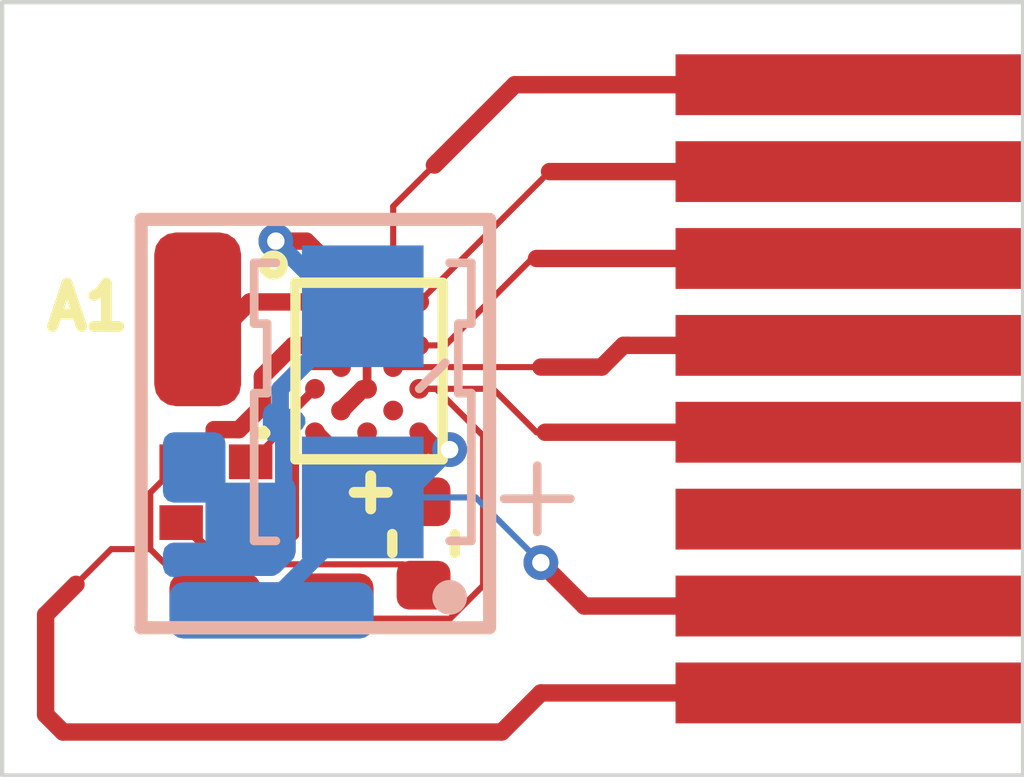
<source format=kicad_pcb>
(kicad_pcb (version 20221018) (generator pcbnew)
  (layers (0 "F.Cu" signal) (31 "B.Cu" signal) (34 "B.Paste" user) (35 "F.Paste" user) (36 "B.SilkS" user "B.Silkscreen") (37 "F.SilkS" user "F.Silkscreen") (38 "B.Mask" user) (39 "F.Mask" user) (44 "Edge.Cuts" user))
  (net 0 "")
  (net 1 "/+VE")
  (net 2 "/GND")
  (net 3 "Net-(U1-RFIOp)")
  (net 5 "Net-(U1-XTAL32Mm)")
  (net 6 "Net-(U1-XTAL32Mp)")
  (net 7 "Net-(J1-Pin_2)")
  (net 8 "Net-(J1-Pin_3)")
  (net 9 "Net-(J1-Pin_4)")
  (net 10 "Net-(J1-Pin_5)")
  (net 11 "Net-(J1-Pin_6)")
  (net 12 "Net-(J1-Pin_1)")
  (footprint "Library:FPC_1x08_P1.00mm_plug_3mm" (layer "F.Cu") (at 156.95 90.5)
    (fp_text reference "J1" hide)
    (fp_text value "Conn_01x08_Pin" hide)
    (pad "1" connect rect (at 2 -3.5) (size 4 0.7) (layers "F.Cu" "F.Mask") (net 12 "Net-(J1-Pin_1)"))
    (pad "2" connect rect (at 2 -2.5) (size 4 0.7) (layers "F.Cu" "F.Mask") (net 7 "Net-(J1-Pin_2)"))
    (pad "3" connect rect (at 2 -1.5) (size 4 0.7) (layers "F.Cu" "F.Mask") (net 8 "Net-(J1-Pin_3)"))
    (pad "4" connect rect (at 2 -0.5) (size 4 0.7) (layers "F.Cu" "F.Mask") (net 9 "Net-(J1-Pin_4)"))
    (pad "5" connect rect (at 2 0.5) (size 4 0.7) (layers "F.Cu" "F.Mask") (net 10 "Net-(J1-Pin_5)"))
    (pad "6" connect rect (at 2 1.5) (size 4 0.7) (layers "F.Cu" "F.Mask") (net 11 "Net-(J1-Pin_6)"))
    (pad "7" connect rect (at 2 2.5) (size 4 0.7) (layers "F.Cu" "F.Mask") (net 1 "/+VE"))
    (pad "8" connect rect (at 2 3.5) (size 4 0.7) (layers "F.Cu" "F.Mask") (net 2 "/GND"))
  )
  (footprint "Library:Crystal_SMD_Abracon_ABM13W-4Pin_1.2x1.0mm" (layer "F.Cu") (at 151.66 91.69 180)
    (fp_text reference "Y1" hide)
    (fp_text value "Crystal_GND24" hide)
    (pad "1" smd rect (at -0.4 0.35 180) (size 0.5 0.4) (layers "F.Cu" "F.Paste" "F.Mask") (net 6 "Net-(U1-XTAL32Mp)"))
    (pad "2" smd rect (at 0.4 0.35 180) (size 0.5 0.4) (layers "F.Cu" "F.Paste" "F.Mask") (net 2 "/GND"))
    (pad "3" smd rect (at 0.4 -0.35 180) (size 0.5 0.4) (layers "F.Cu" "F.Paste" "F.Mask") (net 5 "Net-(U1-XTAL32Mm)"))
    (pad "4" smd rect (at -0.4 -0.35 180) (size 0.5 0.4) (layers "F.Cu" "F.Paste" "F.Mask") (net 2 "/GND"))
  )
  (footprint "Connector_Wire:SolderWirePad_1x01_SMD_1x2mm" (layer "F.Cu") (at 151.45 89.7)
    (fp_text reference "A1" hide)
    (fp_text value "SolderWirePad_1x01_SMD_1x2mm" hide)
    (pad "1" smd roundrect (at 0 0) (size 1 2) (layers "F.Cu" "F.Paste" "F.Mask") (net 3 "Net-(U1-RFIOp)"))
  )
  (footprint "Library:DA14531_17-ball_WLCSP" (layer "F.Cu") (at 153.422 90.295)
    (fp_text reference "U1" hide)
    (fp_text value "DA14531_17-ball_WLCSP" hide)
    (fp_line (start -0.8464 -1.0161) (end -0.8464 1.0161) (stroke (width 0.12)) (layer "F.SilkS"))
    (fp_line (start -0.8464 1.0161) (end 0.8474 1.0161) (stroke (width 0.12)) (layer "F.SilkS"))
    (fp_line (start 0.8474 -1.0161) (end -0.8464 -1.0161) (stroke (width 0.12)) (layer "F.SilkS"))
    (fp_line (start 0.8474 1.0161) (end 0.8474 -1.0161) (stroke (width 0.12)) (layer "F.SilkS"))
    (fp_circle (center -1.1004 -1.2193) (end -1.0242 -1.1431) (stroke (width 0.12)) (fill none) (layer "F.SilkS"))
    (pad "A1" smd circle (at -0.622 -0.795) (size 0.227 0.227) (layers "F.Cu" "F.Paste" "F.Mask") (net 3 "Net-(U1-RFIOp)"))
    (pad "A3" smd circle (at -0.022 -0.795) (size 0.227 0.227) (layers "F.Cu" "F.Paste" "F.Mask") (net 2 "/GND"))
    (pad "A5" smd circle (at 0.578 -0.795) (size 0.227 0.227) (layers "F.Cu" "F.Paste" "F.Mask") (net 7 "Net-(J1-Pin_2)"))
    (pad "B4" smd circle (at 0.278 -0.545) (size 0.227 0.227) (layers "F.Cu" "F.Paste" "F.Mask") (net 12 "Net-(J1-Pin_1)"))
    (pad "C1" smd circle (at -0.622 -0.295) (size 0.227 0.227) (layers "F.Cu" "F.Paste" "F.Mask") (net 2 "/GND"))
    (pad "C3" smd circle (at -0.022 -0.295) (size 0.227 0.227) (layers "F.Cu" "F.Paste" "F.Mask") (net 2 "/GND"))
    (pad "C5" smd circle (at 0.578 -0.295) (size 0.227 0.227) (layers "F.Cu" "F.Paste" "F.Mask") (net 8 "Net-(J1-Pin_3)"))
    (pad "D2" smd circle (at -0.322 -0.045) (size 0.227 0.227) (layers "F.Cu" "F.Paste" "F.Mask") (net 6 "Net-(U1-XTAL32Mp)"))
    (pad "D4" smd circle (at 0.278 -0.045) (size 0.227 0.227) (layers "F.Cu" "F.Paste" "F.Mask") (net 9 "Net-(J1-Pin_4)"))
    (pad "E1" smd circle (at -0.622 0.205) (size 0.227 0.227) (layers "F.Cu" "F.Paste" "F.Mask") (net 5 "Net-(U1-XTAL32Mm)"))
    (pad "E3" smd circle (at -0.022 0.205) (size 0.227 0.227) (layers "F.Cu" "F.Paste" "F.Mask") (net 2 "/GND"))
    (pad "E5" smd circle (at 0.578 0.205) (size 0.227 0.227) (layers "F.Cu" "F.Paste" "F.Mask") (net 10 "Net-(J1-Pin_5)"))
    (pad "F2" smd circle (at -0.322 0.455) (size 0.227 0.227) (layers "F.Cu" "F.Paste" "F.Mask") (net 2 "/GND"))
    (pad "F4" smd circle (at 0.278 0.455) (size 0.227 0.227) (layers "F.Cu" "F.Paste" "F.Mask") (net 11 "Net-(J1-Pin_6)"))
    (pad "G1" smd circle (at -0.622 0.705) (size 0.227 0.227) (layers "F.Cu" "F.Paste" "F.Mask") (net 1 "/+VE"))
    (pad "G3" smd circle (at -0.022 0.705) (size 0.227 0.227) (layers "F.Cu" "F.Paste" "F.Mask"))
    (pad "G5" smd circle (at 0.578 0.705) (size 0.227 0.227) (layers "F.Cu" "F.Paste" "F.Mask") (net 1 "/+VE"))
  )
  (footprint "Capacitor_SMD:C_0402_1005Metric" (layer "F.Cu") (at 154.05 92.28 -90)
    (fp_text reference "C1" hide)
    (fp_text value "C" hide)
    (fp_line (start -0.107836 -0.36) (end 0.107836 -0.36) (stroke (width 0.12)) (layer "F.SilkS"))
    (fp_line (start -0.107836 0.36) (end 0.107836 0.36) (stroke (width 0.12)) (layer "F.SilkS"))
    (pad "1" smd roundrect (at -0.48 0 270) (size 0.56 0.62) (layers "F.Cu" "F.Paste" "F.Mask") (net 1 "/+VE"))
    (pad "2" smd roundrect (at 0.48 0 270) (size 0.56 0.62) (layers "F.Cu" "F.Paste" "F.Mask") (net 2 "/GND"))
  )
  (footprint "PowerConnector:SolderWirePad_1x01_SMD_0.65x1.05mm" (layer "F.Cu") (at 152.95 92.95 90)
    (fp_text reference "REF**" hide)
    (fp_text value "SolderWirePad_1x01_SMD_0.65x1.05mm" hide)
    (pad "1" smd roundrect (at 0 0 90) (size 0.65 1.05) (layers "F.Cu" "F.Paste" "F.Mask") (net 10 "Net-(J1-Pin_5)"))
  )
  (footprint "PowerConnector:SolderWirePad_1x01_SMD_0.65x1.05mm" (layer "F.Cu") (at 151.65 92.95 90)
    (fp_text reference "REF**" hide)
    (fp_text value "SolderWirePad_1x01_SMD_0.65x1.05mm" hide)
    (pad "1" smd roundrect (at 0 0 90) (size 0.65 1.05) (layers "F.Cu" "F.Paste" "F.Mask") (net 2 "/GND"))
  )
  (footprint "Library:CAPCP3225X100N_improved" (layer "B.Cu") (at 153.35 90.65 90)
    (fp_text reference "C2" hide)
    (fp_text value "CP3225A" hide)
    (fp_text user "+" (at -1.8 1.5 270 unlocked) (layer "B.SilkS") (effects (font (thickness 0.1)) (justify left bottom mirror)))
    (fp_line (start -1.6 -1.25) (end -1.6 -1) (stroke (width 0.1)) (layer "B.SilkS"))
    (fp_line (start -1.6 1.25) (end -1.6 1) (stroke (width 0.1)) (layer "B.SilkS"))
    (fp_line (start 0.1 -1.25) (end -1.6 -1.25) (stroke (width 0.1)) (layer "B.SilkS"))
    (fp_line (start 0.1 -1.1) (end 0.1 -1.25) (stroke (width 0.1)) (layer "B.SilkS"))
    (fp_line (start 0.1 1.1) (end 0.1 1.25) (stroke (width 0.1)) (layer "B.SilkS"))
    (fp_line (start 0.1 1.25) (end -1.6 1.25) (stroke (width 0.1)) (layer "B.SilkS"))
    (fp_line (start 0.45 0.95) (end 0.15 0.65) (stroke (width 0.1)) (layer "B.SilkS"))
    (fp_line (start 0.9 -1.25) (end 0.9 -1.1) (stroke (width 0.1)) (layer "B.SilkS"))
    (fp_line (start 0.9 -1.1) (end 0.1 -1.1) (stroke (width 0.1)) (layer "B.SilkS"))
    (fp_line (start 0.9 1.1) (end 0.1 1.1) (stroke (width 0.1)) (layer "B.SilkS"))
    (fp_line (start 0.9 1.25) (end 0.9 1.1) (stroke (width 0.1)) (layer "B.SilkS"))
    (fp_line (start 1.6 -1.25) (end 0.9 -1.25) (stroke (width 0.1)) (layer "B.SilkS"))
    (fp_line (start 1.6 -1) (end 1.6 -1.25) (stroke (width 0.1)) (layer "B.SilkS"))
    (fp_line (start 1.6 1) (end 1.6 1.25) (stroke (width 0.1)) (layer "B.SilkS"))
    (fp_line (start 1.6 1.25) (end 0.9 1.25) (stroke (width 0.1)) (layer "B.SilkS"))
    (fp_circle (center -2.25 1) (end -2.15 1) (stroke (width 0.2)) (fill none) (layer "B.SilkS"))
    (pad "1" smd rect (at -1.1 0 270) (size 1.4 1.4) (layers "B.Cu" "B.Paste" "B.Mask") (net 1 "/+VE"))
    (pad "2" smd rect (at 1.1 0 270) (size 1.4 1.4) (layers "B.Cu" "B.Paste" "B.Mask") (net 2 "/GND"))
  )
  (footprint "PowerConnector:SolderWirePad_1x01_SMD_0.65x2.35mm" (layer "B.Cu") (at 152.3 93.05 90)
    (fp_text reference "REF**" hide)
    (fp_text value "SolderWirePad_1x01_SMD_0.65x2.35mm" hide)
    (pad "1" smd roundrect (at 0 0 90) (size 0.65 2.35) (layers "B.Cu" "B.Paste" "B.Mask") (net 1 "/+VE"))
  )
  (gr_line (start 150.795 93.25) (end 154.805 93.25) (stroke (width 0.15)) (layer "B.SilkS"))
  (gr_line (start 154.81 88.55) (end 154.81 93.25) (stroke (width 0.15)) (layer "B.SilkS"))
  (gr_line (start 150.8 88.55) (end 154.81 88.55) (stroke (width 0.15)) (layer "B.SilkS"))
  (gr_line (start 150.8 93.25) (end 150.8 88.55) (stroke (width 0.15)) (layer "B.SilkS"))
  (gr_line (start 150.8 88.55) (end 154.81 88.55) (stroke (width 0.15)) (layer "F.SilkS"))
  (gr_line (start 154.81 88.55) (end 154.81 93.25) (stroke (width 0.15)) (layer "F.SilkS"))
  (gr_line (start 150.8 93.25) (end 150.8 88.55) (stroke (width 0.15)) (layer "F.SilkS"))
  (gr_line (start 150.795 93.25) (end 154.805 93.25) (stroke (width 0.15)) (layer "F.SilkS"))
  (gr_poly (pts (xy 149.2 86.05) (xy 149.2 94.95) (xy 160.95 94.95) (xy 160.95 86.05)) (stroke (width 0.05)) (fill none) (layer "Edge.Cuts"))
  (gr_text "A1" (at 149.65 89.85) (layer "F.SilkS") (effects (font (size 0.5 0.5) (thickness 0.125)) (justify left bottom)))
  (gr_text "." (at 152 91.1) (layer "F.SilkS") (effects (font (size 0.5 0.5) (thickness 0.125)) (justify left bottom)))
  (gr_text "+" (at 153.05 91.95) (layer "F.SilkS") (effects (font (size 0.5 0.5) (thickness 0.125)) (justify left bottom)))
  (segment (start 154 91) (end 154 91.89) (width 0.2) (layer "F.Cu") (net 1))
  (segment (start 152.8 91) (end 153.74 91.94) (width 0.2) (layer "F.Cu") (net 1))
  (segment (start 154.2 91.2) (end 154 91) (width 0.2) (layer "F.Cu") (net 1))
  (segment (start 155.9 93) (end 158.95 93) (width 0.2) (layer "F.Cu") (net 1))
  (segment (start 155.4 92.5) (end 155.9 93) (width 0.2) (layer "F.Cu") (net 1))
  (segment (start 154 91.89) (end 154.05 91.94) (width 0.2) (layer "F.Cu") (net 1))
  (segment (start 154.14 91.85) (end 154.05 91.94) (width 0.07) (layer "F.Cu") (net 1))
  (segment (start 154.35 91.2) (end 154.2 91.2) (width 0.2) (layer "F.Cu") (net 1))
  (segment (start 154.05 91.94) (end 154.05 91.8) (width 0.2) (layer "F.Cu") (net 1))
  (segment (start 153.74 91.94) (end 154.05 91.94) (width 0.2) (layer "F.Cu") (net 1))
  (via (at 155.4 92.5) (size 0.4) (drill 0.2) (layers "F.Cu" "B.Cu") (net 1))
  (via (at 154.35 91.2) (size 0.4) (drill 0.2) (layers "F.Cu" "B.Cu") (net 1))
  (segment (start 154.65 91.75) (end 155.4 92.5) (width 0.07) (layer "B.Cu") (net 1))
  (segment (start 153.8 91.75) (end 154.35 91.2) (width 0.2) (layer "B.Cu") (net 1))
  (segment (start 153.35 91.75) (end 154.65 91.75) (width 0.07) (layer "B.Cu") (net 1))
  (segment (start 153.6 91.5) (end 153.35 91.75) (width 0.2) (layer "B.Cu") (net 1))
  (segment (start 153.35 91.75) (end 153.8 91.75) (width 0.2) (layer "B.Cu") (net 1))
  (segment (start 153.35 91.75) (end 153.35 91.9) (width 0.2) (layer "B.Cu") (net 1))
  (segment (start 153.35 91.9) (end 152.3 92.95) (width 0.2) (layer "B.Cu") (net 1))
  (segment (start 155.4 94) (end 156.05 94) (width 0.07) (layer "F.Cu") (net 2))
  (segment (start 149.9 94.45) (end 154.95 94.45) (width 0.2) (layer "F.Cu") (net 2))
  (segment (start 152.35 88.8) (end 152.33 88.78) (width 0.2) (layer "F.Cu") (net 2))
  (segment (start 153.2865 89.8865) (end 152.9135 89.8865) (width 0.2) (layer "F.Cu") (net 2))
  (segment (start 151.36 91.34) (end 152.06 92.04) (width 0.2) (layer "F.Cu") (net 2))
  (segment (start 150.905 92.345) (end 150.905 91.695) (width 0.07) (layer "F.Cu") (net 2))
  (segment (start 153.81 92.52) (end 154.05 92.76) (width 0.07) (layer "F.Cu") (net 2))
  (segment (start 151.64 90.97) (end 151.925 90.97) (width 0.2) (layer "F.Cu") (net 2))
  (segment (start 150.905 91.695) (end 151.26 91.34) (width 0.07) (layer "F.Cu") (net 2))
  (segment (start 153.2865 89.8865) (end 153.2865 89.6135) (width 0.2) (layer "F.Cu") (net 2))
  (segment (start 152.195 90.7) (end 152.195 90.355) (width 0.2) (layer "F.Cu") (net 2))
  (segment (start 151.64 91.16) (end 151.64 90.97) (width 0.2) (layer "F.Cu") (net 2))
  (segment (start 152.08 92.52) (end 153.81 92.52) (width 0.07) (layer "F.Cu") (net 2))
  (segment (start 153.2865 89.6135) (end 153.4 89.5) (width 0.2) (layer "F.Cu") (net 2))
  (segment (start 156.05 94) (end 158.95 94) (width 0.07) (layer "F.Cu") (net 2))
  (segment (start 152.7 88.8) (end 153.4 89.5) (width 0.2) (layer "F.Cu") (net 2))
  (segment (start 151.65 92.95) (end 151.51 92.95) (width 0.07) (layer "F.Cu") (net 2))
  (segment (start 150.455 92.345) (end 150.05 92.75) (width 0.07) (layer "F.Cu") (net 2))
  (segment (start 153.4 90) (end 153.4 90.5) (width 0.1) (layer "F.Cu") (net 2))
  (segment (start 151.46 91.34) (end 151.64 91.16) (width 0.2) (layer "F.Cu") (net 2))
  (segment (start 154.95 94.45) (end 155.4 94) (width 0.2) (layer "F.Cu") (net 2))
  (segment (start 153.4 90) (end 153.2865 89.8865) (width 0.2) (layer "F.Cu") (net 2))
  (segment (start 153.4 90.5) (end 153.35 90.5) (width 0.2) (layer "F.Cu") (net 2))
  (segment (start 151.51 92.95) (end 150.905 92.345) (width 0.07) (layer "F.Cu") (net 2))
  (segment (start 151.26 91.34) (end 151.46 91.34) (width 0.2) (layer "F.Cu") (net 2))
  (segment (start 152.195 90.355) (end 152.55 90) (width 0.2) (layer "F.Cu") (net 2))
  (segment (start 151.65 92.95) (end 152.08 92.52) (width 0.07) (layer "F.Cu") (net 2))
  (segment (start 152.9135 89.8865) (end 152.8 90) (width 0.2) (layer "F.Cu") (net 2))
  (segment (start 149.7 93.1) (end 149.7 94.25) (width 0.2) (layer "F.Cu") (net 2))
  (segment (start 152.35 88.8) (end 152.7 88.8) (width 0.2) (layer "F.Cu") (net 2))
  (segment (start 152.55 90) (end 152.8 90) (width 0.2) (layer "F.Cu") (net 2))
  (segment (start 149.7 94.25) (end 149.9 94.45) (width 0.2) (layer "F.Cu") (net 2))
  (segment (start 151.26 91.34) (end 151.36 91.34) (width 0.2) (layer "F.Cu") (net 2))
  (segment (start 150.05 92.75) (end 149.7 93.1) (width 0.2) (layer "F.Cu") (net 2))
  (segment (start 153.35 90.5) (end 153.1 90.75) (width 0.2) (layer "F.Cu") (net 2))
  (segment (start 155.4 94) (end 158.95 94) (width 0.2) (layer "F.Cu") (net 2))
  (segment (start 151.925 90.97) (end 152.195 90.7) (width 0.2) (layer "F.Cu") (net 2))
  (segment (start 150.905 92.345) (end 150.455 92.345) (width 0.07) (layer "F.Cu") (net 2))
  (via (at 152.35 88.8) (size 0.4) (drill 0.2) (layers "F.Cu" "B.Cu") (net 2))
  (segment (start 152.44 90.94) (end 152.44 91.76) (width 0.2) (layer "B.Cu") (net 2))
  (segment (start 152.44 91.76) (end 151.95 92.25) (width 0.2) (layer "B.Cu") (net 2))
  (segment (start 153.1 89.55) (end 153.35 89.55) (width 0.2) (layer "B.Cu") (net 2))
  (segment (start 153.35 89.55) (end 152.4 90.5) (width 0.2) (layer "B.Cu") (net 2))
  (segment (start 152.35 88.8) (end 153.1 89.55) (width 0.2) (layer "B.Cu") (net 2))
  (segment (start 152.4 90.9) (end 152.44 90.94) (width 0.2) (layer "B.Cu") (net 2))
  (segment (start 153.7 89.6) (end 153.35 89.6) (width 0.2) (layer "B.Cu") (net 2))
  (segment (start 152.4 90.5) (end 152.4 90.9) (width 0.2) (layer "B.Cu") (net 2))
  (segment (start 152.8 89.5) (end 152.05 89.5) (width 0.2) (layer "F.Cu") (net 3))
  (segment (start 152.05 89.5) (end 151.6 89.95) (width 0.2) (layer "F.Cu") (net 3))
  (segment (start 152.5665 90.7335) (end 152.5665 92.1835) (width 0.1) (layer "F.Cu") (net 5))
  (segment (start 151.58 92.36) (end 151.26 92.04) (width 0.1) (layer "F.Cu") (net 5))
  (segment (start 152.8 90.5) (end 152.5665 90.7335) (width 0.1) (layer "F.Cu") (net 5))
  (segment (start 152.5665 92.1835) (end 152.39 92.36) (width 0.1) (layer "F.Cu") (net 5))
  (segment (start 152.39 92.36) (end 151.58 92.36) (width 0.1) (layer "F.Cu") (net 5))
  (segment (start 152.62 90.25) (end 152.4 90.47) (width 0.07) (layer "F.Cu") (net 6))
  (segment (start 152.4 90.47) (end 152.4 91) (width 0.07) (layer "F.Cu") (net 6))
  (segment (start 153.1 90.25) (end 152.62 90.25) (width 0.07) (layer "F.Cu") (net 6))
  (segment (start 152.4 91) (end 152.06 91.34) (width 0.07) (layer "F.Cu") (net 6))
  (segment (start 154 89.5) (end 155.5 88) (width 0.07) (layer "F.Cu") (net 7))
  (segment (start 155.5 88) (end 158.95 88) (width 0.2) (layer "F.Cu") (net 7))
  (segment (start 155.3 89) (end 154.3 90) (width 0.07) (layer "F.Cu") (net 8))
  (segment (start 155.35 89) (end 158.95 89) (width 0.2) (layer "F.Cu") (net 8))
  (segment (start 154.3 90) (end 154 90) (width 0.07) (layer "F.Cu") (net 8))
  (segment (start 155.35 89) (end 155.3 89) (width 0.07) (layer "F.Cu") (net 8))
  (segment (start 156.35 90) (end 156.4 90) (width 0.2) (layer "F.Cu") (net 9))
  (segment (start 156.1 90.25) (end 156.35 90) (width 0.2) (layer "F.Cu") (net 9))
  (segment (start 155.4 90.25) (end 156.1 90.25) (width 0.2) (layer "F.Cu") (net 9))
  (segment (start 156.4 90) (end 158.95 90) (width 0.2) (layer "F.Cu") (net 9))
  (segment (start 153.7 90.25) (end 155.4 90.25) (width 0.07) (layer "F.Cu") (net 9))
  (segment (start 154.355 93.145) (end 154.735 92.765) (width 0.07) (layer "F.Cu") (net 10))
  (segment (start 155.45 91) (end 158.95 91) (width 0.2) (layer "F.Cu") (net 10))
  (segment (start 154.85 90.5) (end 154 90.5) (width 0.07) (layer "F.Cu") (net 10))
  (segment (start 155.35 91) (end 154.85 90.5) (width 0.07) (layer "F.Cu") (net 10))
  (segment (start 154.194473 90.5) (end 154 90.5) (width 0.07) (layer "F.Cu") (net 10))
  (segment (start 153.145 93.145) (end 154.355 93.145) (width 0.07) (layer "F.Cu") (net 10))
  (segment (start 154.735 92.765) (end 154.735 91.040527) (width 0.07) (layer "F.Cu") (net 10))
  (segment (start 154 90.5) (end 154.2 90.5) (width 0.07) (layer "F.Cu") (net 10))
  (segment (start 154.735 91.040527) (end 154.247236 90.552764) (width 0.07) (layer "F.Cu") (net 10))
  (segment (start 152.95 92.95) (end 153.145 93.145) (width 0.07) (layer "F.Cu") (net 10))
  (segment (start 154.2 90.5) (end 154.247236 90.547236) (width 0.07) (layer "F.Cu") (net 10))
  (segment (start 155.45 91) (end 155.35 91) (width 0.07) (layer "F.Cu") (net 10))
  (segment (start 154.247236 90.547236) (end 154.247236 90.552764) (width 0.07) (layer "F.Cu") (net 10))
  (segment (start 154.247236 90.552764) (end 154.194473 90.5) (width 0.07) (layer "F.Cu") (net 10))
  (segment (start 154.175 87.925) (end 153.7 88.4) (width 0.07) (layer "F.Cu") (net 12))
  (segment (start 153.7 88.4) (end 153.7 89.75) (width 0.07) (layer "F.Cu") (net 12))
  (segment (start 155.1 87) (end 158.95 87) (width 0.2) (layer "F.Cu") (net 12))
  (segment (start 154.175 87.925) (end 155.1 87) (width 0.2) (layer "F.Cu") (net 12))
  (zone (net 0) (net_name "") (layer "B.Cu") (connect_pads (clearance 0)) (min_thickness 0.25)
    (keepout (tracks allowed) (vias allowed) (pads allowed) (copperpour not_allowed) (footprints allowed))
    (fill (thermal_gap 0.5) (thermal_bridge_width 0.5))
    (polygon (pts (xy 152.2 88.55) (xy 152.2 91) (xy 151 91) (xy 151 88.55)))
  )
  (zone (net 0) (net_name "") (layer "B.Cu") (connect_pads (clearance 0)) (min_thickness 0.25)
    (keepout (tracks not_allowed) (vias not_allowed) (pads not_allowed) (copperpour not_allowed) (footprints allowed))
    (fill (thermal_gap 0.5) (thermal_bridge_width 0.5))
    (polygon (pts (xy 152.34 91.11) (xy 152.34 91.58) (xy 151.77 91.58) (xy 151.77 91.11)))
  )
  (zone (net 0) (net_name "") (layer "B.Cu") (connect_pads (clearance 0)) (min_thickness 0.25)
    (keepout (tracks allowed) (vias not_allowed) (pads not_allowed) (copperpour not_allowed) (footprints allowed))
    (fill (thermal_gap 0.5) (thermal_bridge_width 0.5))
    (polygon (pts (xy 154.45 93.2) (xy 155.4 93.2) (xy 155.4 88.55) (xy 154.45 88.55)))
  )
  (zone (net 0) (net_name "") (layer "B.Cu") (connect_pads (clearance 0)) (min_thickness 0.25)
    (keepout (tracks allowed) (vias not_allowed) (pads not_allowed) (copperpour not_allowed) (footprints allowed))
    (fill (thermal_gap 0.5) (thermal_bridge_width 0.5))
    (polygon (pts (xy 150.1 93.2) (xy 151.05 93.2) (xy 151.05 88.55) (xy 150.1 88.55)))
  )
  (zone (net 0) (net_name "") (layer "B.Cu") (connect_pads (clearance 0)) (min_thickness 0.25)
    (keepout (tracks allowed) (vias not_allowed) (pads not_allowed) (copperpour not_allowed) (footprints allowed))
    (fill (thermal_gap 0.5) (thermal_bridge_width 0.5))
    (polygon (pts (xy 150.1 88.55) (xy 155.4 88.55) (xy 155.4 87.65) (xy 150.1 87.65)))
  )
  (zone (net 2) (net_name "/GND") (layer "B.Cu") (priority 1) (connect_pads (clearance 0)) (min_thickness 0.25) (fill yes (thermal_gap 0.5) (thermal_bridge_width 0.5))
    (polygon (pts (xy 150.1 87.65) (xy 155.4 87.65) (xy 155.4 94.2) (xy 150.1 94.2)))
  )
  (zone (net 0) (net_name "") (layer "B.Cu") (connect_pads (clearance 0)) (min_thickness 0.25)
    (keepout (tracks allowed) (vias not_allowed) (pads not_allowed) (copperpour not_allowed) (footprints allowed))
    (fill (thermal_gap 0.5) (thermal_bridge_width 0.5))
    (polygon (pts (xy 150.1 94.2) (xy 155.4 94.2) (xy 155.4 93.2) (xy 150.1 93.2)))
  )
  (zone (net 0) (net_name "") (layer "B.Cu") (connect_pads (clearance 0)) (min_thickness 0.25)
    (keepout (tracks not_allowed) (vias not_allowed) (pads not_allowed) (copperpour not_allowed) (footprints allowed))
    (fill (thermal_gap 0.5) (thermal_bridge_width 0.5))
    (polygon (pts (xy 150.98 91.81) (xy 151.54 91.81) (xy 151.54 92.27) (xy 150.98 92.27)))
  )
  (zone (net 0) (net_name "") (layer "B.Cu") (connect_pads (clearance 0)) (min_thickness 0.25)
    (keepout (tracks allowed) (vias allowed) (pads allowed) (copperpour not_allowed) (footprints allowed))
    (fill (thermal_gap 0.5) (thermal_bridge_width 0.5))
    (polygon (pts (xy 153.5 92.5) (xy 154.1 92.5) (xy 154.1 91.85) (xy 154.6 91.85) (xy 154.6 93.25) (xy 153.5 93.25)))
  )
)
</source>
